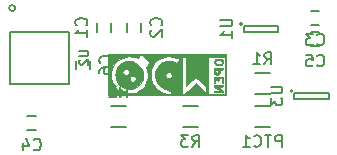
<source format=gbr>
G04 #@! TF.FileFunction,Legend,Bot*
%FSLAX46Y46*%
G04 Gerber Fmt 4.6, Leading zero omitted, Abs format (unit mm)*
G04 Created by KiCad (PCBNEW 4.0.2-4+6225~38~ubuntu14.04.1-stable) date jue 07 abr 2016 16:44:47 ART*
%MOMM*%
G01*
G04 APERTURE LIST*
%ADD10C,0.100000*%
%ADD11C,0.010000*%
%ADD12C,0.150000*%
%ADD13C,0.203200*%
%ADD14C,0.152400*%
G04 APERTURE END LIST*
D10*
D11*
G36*
X157141333Y-103420333D02*
X147150667Y-103420333D01*
X147150667Y-105178057D01*
X147383500Y-105178057D01*
X147385794Y-104974865D01*
X147395966Y-104829792D01*
X147418947Y-104716342D01*
X147459669Y-104608019D01*
X147508398Y-104507125D01*
X147666057Y-104264576D01*
X147877467Y-104036542D01*
X148118257Y-103845571D01*
X148364059Y-103714211D01*
X148366286Y-103713342D01*
X148617034Y-103645982D01*
X148898958Y-103618337D01*
X149177957Y-103631134D01*
X149419930Y-103685104D01*
X149434773Y-103690508D01*
X149623379Y-103761376D01*
X149772734Y-103612022D01*
X149862445Y-103526143D01*
X149926227Y-103472144D01*
X149943024Y-103462667D01*
X149979671Y-103490693D01*
X150062882Y-103566637D01*
X150179606Y-103678300D01*
X150292980Y-103789757D01*
X150426276Y-103925834D01*
X150533643Y-104042222D01*
X150602683Y-104125040D01*
X150622000Y-104158158D01*
X150594764Y-104211275D01*
X150526119Y-104296780D01*
X150489512Y-104336162D01*
X150357025Y-104472855D01*
X150431825Y-104749189D01*
X150488973Y-105109832D01*
X150484878Y-105178057D01*
X150727833Y-105178057D01*
X150730252Y-104973679D01*
X150740788Y-104826994D01*
X150764361Y-104711090D01*
X150805894Y-104599054D01*
X150851413Y-104502140D01*
X151044671Y-104201281D01*
X151299907Y-103947586D01*
X151602314Y-103753058D01*
X151923577Y-103633036D01*
X152135086Y-103606912D01*
X152387328Y-103617040D01*
X152476807Y-103632000D01*
X153372636Y-103632000D01*
X153712333Y-103632000D01*
X155573969Y-103632000D01*
X156294151Y-103632000D01*
X156557631Y-103632663D01*
X156748141Y-103635452D01*
X156877375Y-103641567D01*
X156957026Y-103652209D01*
X156998785Y-103668577D01*
X157014346Y-103691871D01*
X157015947Y-103706083D01*
X157016615Y-103776850D01*
X157017223Y-103917512D01*
X157017767Y-104116248D01*
X157018239Y-104361235D01*
X157018634Y-104640651D01*
X157018944Y-104942674D01*
X157019164Y-105255482D01*
X157019288Y-105567252D01*
X157019308Y-105866164D01*
X157019218Y-106140393D01*
X157019013Y-106378119D01*
X157018685Y-106567519D01*
X157018228Y-106696772D01*
X157017637Y-106754054D01*
X157017588Y-106755107D01*
X156997688Y-106775540D01*
X156934437Y-106789542D01*
X156818190Y-106797687D01*
X156639305Y-106800547D01*
X156388139Y-106798697D01*
X156305250Y-106797440D01*
X155596167Y-106785833D01*
X155585068Y-105208917D01*
X155573969Y-103632000D01*
X153712333Y-103632000D01*
X153713697Y-103811917D01*
X153713970Y-103904257D01*
X153714008Y-104067114D01*
X153713826Y-104286335D01*
X153713438Y-104547770D01*
X153712860Y-104837268D01*
X153712375Y-105039583D01*
X153712955Y-105327351D01*
X153715999Y-105584912D01*
X153721165Y-105800877D01*
X153728112Y-105963853D01*
X153736497Y-106062449D01*
X153743821Y-106087333D01*
X153785974Y-106059037D01*
X153873199Y-105982541D01*
X153991635Y-105870436D01*
X154093333Y-105769833D01*
X154254993Y-105611354D01*
X154382564Y-105506817D01*
X154491404Y-105457390D01*
X154596876Y-105464242D01*
X154714337Y-105528544D01*
X154859149Y-105651464D01*
X155046673Y-105834172D01*
X155055621Y-105843081D01*
X155448000Y-106233828D01*
X155448000Y-106478081D01*
X155442885Y-106609119D01*
X155429637Y-106697772D01*
X155415456Y-106722333D01*
X155375412Y-106693891D01*
X155287763Y-106615787D01*
X155164135Y-106498854D01*
X155016156Y-106353927D01*
X154961878Y-106299715D01*
X154540845Y-105877096D01*
X154066193Y-106345399D01*
X153874050Y-106531879D01*
X153730186Y-106663362D01*
X153625472Y-106747088D01*
X153550781Y-106790292D01*
X153496987Y-106800213D01*
X153493187Y-106799768D01*
X153394833Y-106785833D01*
X153383735Y-105208917D01*
X153372636Y-103632000D01*
X152476807Y-103632000D01*
X152646082Y-103660301D01*
X152832854Y-103715945D01*
X153003478Y-103786100D01*
X153098627Y-103846003D01*
X153124907Y-103906155D01*
X153088927Y-103977062D01*
X153033783Y-104035333D01*
X152947805Y-104110678D01*
X152880848Y-104134218D01*
X152792981Y-104114914D01*
X152748807Y-104099300D01*
X152515349Y-104026658D01*
X152322029Y-103997264D01*
X152138643Y-104007246D01*
X152092443Y-104015129D01*
X151777823Y-104110897D01*
X151519093Y-104269703D01*
X151312605Y-104494384D01*
X151182724Y-104723142D01*
X151125171Y-104863999D01*
X151096527Y-104988298D01*
X151090824Y-105133519D01*
X151094055Y-105201622D01*
X151984348Y-105201622D01*
X152020698Y-105077471D01*
X152122854Y-104970493D01*
X152260425Y-104904684D01*
X152300429Y-104918143D01*
X152377856Y-104951591D01*
X152480380Y-105037594D01*
X152524474Y-105157954D01*
X152511143Y-105286733D01*
X152441394Y-105397991D01*
X152358455Y-105452007D01*
X152254264Y-105482355D01*
X152170653Y-105462415D01*
X152125755Y-105435664D01*
X152017977Y-105326501D01*
X151984348Y-105201622D01*
X151094055Y-105201622D01*
X151096924Y-105262079D01*
X151155536Y-105579494D01*
X151285460Y-105853213D01*
X151482843Y-106078507D01*
X151743831Y-106250646D01*
X151976461Y-106341272D01*
X152184861Y-106420532D01*
X152338159Y-106514485D01*
X152370154Y-106543941D01*
X152459210Y-106647954D01*
X152484734Y-106715171D01*
X152441522Y-106751258D01*
X152324369Y-106761883D01*
X152175434Y-106755956D01*
X151813893Y-106692837D01*
X151488812Y-106555098D01*
X151207340Y-106347509D01*
X150976624Y-106074840D01*
X150865414Y-105881746D01*
X150801326Y-105744925D01*
X150760930Y-105631836D01*
X150738821Y-105514832D01*
X150729593Y-105366268D01*
X150727833Y-105178057D01*
X150484878Y-105178057D01*
X150467863Y-105461468D01*
X150373260Y-105793276D01*
X150209927Y-106094438D01*
X149982628Y-106354135D01*
X149696127Y-106561546D01*
X149614997Y-106604361D01*
X149472302Y-106670931D01*
X149354920Y-106712116D01*
X149233267Y-106733920D01*
X149077753Y-106742346D01*
X148929309Y-106743500D01*
X148723862Y-106740155D01*
X148574203Y-106726767D01*
X148451600Y-106698302D01*
X148327321Y-106649729D01*
X148286252Y-106630876D01*
X147972203Y-106438313D01*
X147713343Y-106183412D01*
X147521080Y-105881746D01*
X147456993Y-105744925D01*
X147416597Y-105631836D01*
X147394488Y-105514832D01*
X147385260Y-105366268D01*
X147383500Y-105178057D01*
X147150667Y-105178057D01*
X147150667Y-106849333D01*
X157141333Y-106849333D01*
X157141333Y-103420333D01*
X157141333Y-103420333D01*
G37*
X157141333Y-103420333D02*
X147150667Y-103420333D01*
X147150667Y-105178057D01*
X147383500Y-105178057D01*
X147385794Y-104974865D01*
X147395966Y-104829792D01*
X147418947Y-104716342D01*
X147459669Y-104608019D01*
X147508398Y-104507125D01*
X147666057Y-104264576D01*
X147877467Y-104036542D01*
X148118257Y-103845571D01*
X148364059Y-103714211D01*
X148366286Y-103713342D01*
X148617034Y-103645982D01*
X148898958Y-103618337D01*
X149177957Y-103631134D01*
X149419930Y-103685104D01*
X149434773Y-103690508D01*
X149623379Y-103761376D01*
X149772734Y-103612022D01*
X149862445Y-103526143D01*
X149926227Y-103472144D01*
X149943024Y-103462667D01*
X149979671Y-103490693D01*
X150062882Y-103566637D01*
X150179606Y-103678300D01*
X150292980Y-103789757D01*
X150426276Y-103925834D01*
X150533643Y-104042222D01*
X150602683Y-104125040D01*
X150622000Y-104158158D01*
X150594764Y-104211275D01*
X150526119Y-104296780D01*
X150489512Y-104336162D01*
X150357025Y-104472855D01*
X150431825Y-104749189D01*
X150488973Y-105109832D01*
X150484878Y-105178057D01*
X150727833Y-105178057D01*
X150730252Y-104973679D01*
X150740788Y-104826994D01*
X150764361Y-104711090D01*
X150805894Y-104599054D01*
X150851413Y-104502140D01*
X151044671Y-104201281D01*
X151299907Y-103947586D01*
X151602314Y-103753058D01*
X151923577Y-103633036D01*
X152135086Y-103606912D01*
X152387328Y-103617040D01*
X152476807Y-103632000D01*
X153372636Y-103632000D01*
X153712333Y-103632000D01*
X155573969Y-103632000D01*
X156294151Y-103632000D01*
X156557631Y-103632663D01*
X156748141Y-103635452D01*
X156877375Y-103641567D01*
X156957026Y-103652209D01*
X156998785Y-103668577D01*
X157014346Y-103691871D01*
X157015947Y-103706083D01*
X157016615Y-103776850D01*
X157017223Y-103917512D01*
X157017767Y-104116248D01*
X157018239Y-104361235D01*
X157018634Y-104640651D01*
X157018944Y-104942674D01*
X157019164Y-105255482D01*
X157019288Y-105567252D01*
X157019308Y-105866164D01*
X157019218Y-106140393D01*
X157019013Y-106378119D01*
X157018685Y-106567519D01*
X157018228Y-106696772D01*
X157017637Y-106754054D01*
X157017588Y-106755107D01*
X156997688Y-106775540D01*
X156934437Y-106789542D01*
X156818190Y-106797687D01*
X156639305Y-106800547D01*
X156388139Y-106798697D01*
X156305250Y-106797440D01*
X155596167Y-106785833D01*
X155585068Y-105208917D01*
X155573969Y-103632000D01*
X153712333Y-103632000D01*
X153713697Y-103811917D01*
X153713970Y-103904257D01*
X153714008Y-104067114D01*
X153713826Y-104286335D01*
X153713438Y-104547770D01*
X153712860Y-104837268D01*
X153712375Y-105039583D01*
X153712955Y-105327351D01*
X153715999Y-105584912D01*
X153721165Y-105800877D01*
X153728112Y-105963853D01*
X153736497Y-106062449D01*
X153743821Y-106087333D01*
X153785974Y-106059037D01*
X153873199Y-105982541D01*
X153991635Y-105870436D01*
X154093333Y-105769833D01*
X154254993Y-105611354D01*
X154382564Y-105506817D01*
X154491404Y-105457390D01*
X154596876Y-105464242D01*
X154714337Y-105528544D01*
X154859149Y-105651464D01*
X155046673Y-105834172D01*
X155055621Y-105843081D01*
X155448000Y-106233828D01*
X155448000Y-106478081D01*
X155442885Y-106609119D01*
X155429637Y-106697772D01*
X155415456Y-106722333D01*
X155375412Y-106693891D01*
X155287763Y-106615787D01*
X155164135Y-106498854D01*
X155016156Y-106353927D01*
X154961878Y-106299715D01*
X154540845Y-105877096D01*
X154066193Y-106345399D01*
X153874050Y-106531879D01*
X153730186Y-106663362D01*
X153625472Y-106747088D01*
X153550781Y-106790292D01*
X153496987Y-106800213D01*
X153493187Y-106799768D01*
X153394833Y-106785833D01*
X153383735Y-105208917D01*
X153372636Y-103632000D01*
X152476807Y-103632000D01*
X152646082Y-103660301D01*
X152832854Y-103715945D01*
X153003478Y-103786100D01*
X153098627Y-103846003D01*
X153124907Y-103906155D01*
X153088927Y-103977062D01*
X153033783Y-104035333D01*
X152947805Y-104110678D01*
X152880848Y-104134218D01*
X152792981Y-104114914D01*
X152748807Y-104099300D01*
X152515349Y-104026658D01*
X152322029Y-103997264D01*
X152138643Y-104007246D01*
X152092443Y-104015129D01*
X151777823Y-104110897D01*
X151519093Y-104269703D01*
X151312605Y-104494384D01*
X151182724Y-104723142D01*
X151125171Y-104863999D01*
X151096527Y-104988298D01*
X151090824Y-105133519D01*
X151094055Y-105201622D01*
X151984348Y-105201622D01*
X152020698Y-105077471D01*
X152122854Y-104970493D01*
X152260425Y-104904684D01*
X152300429Y-104918143D01*
X152377856Y-104951591D01*
X152480380Y-105037594D01*
X152524474Y-105157954D01*
X152511143Y-105286733D01*
X152441394Y-105397991D01*
X152358455Y-105452007D01*
X152254264Y-105482355D01*
X152170653Y-105462415D01*
X152125755Y-105435664D01*
X152017977Y-105326501D01*
X151984348Y-105201622D01*
X151094055Y-105201622D01*
X151096924Y-105262079D01*
X151155536Y-105579494D01*
X151285460Y-105853213D01*
X151482843Y-106078507D01*
X151743831Y-106250646D01*
X151976461Y-106341272D01*
X152184861Y-106420532D01*
X152338159Y-106514485D01*
X152370154Y-106543941D01*
X152459210Y-106647954D01*
X152484734Y-106715171D01*
X152441522Y-106751258D01*
X152324369Y-106761883D01*
X152175434Y-106755956D01*
X151813893Y-106692837D01*
X151488812Y-106555098D01*
X151207340Y-106347509D01*
X150976624Y-106074840D01*
X150865414Y-105881746D01*
X150801326Y-105744925D01*
X150760930Y-105631836D01*
X150738821Y-105514832D01*
X150729593Y-105366268D01*
X150727833Y-105178057D01*
X150484878Y-105178057D01*
X150467863Y-105461468D01*
X150373260Y-105793276D01*
X150209927Y-106094438D01*
X149982628Y-106354135D01*
X149696127Y-106561546D01*
X149614997Y-106604361D01*
X149472302Y-106670931D01*
X149354920Y-106712116D01*
X149233267Y-106733920D01*
X149077753Y-106742346D01*
X148929309Y-106743500D01*
X148723862Y-106740155D01*
X148574203Y-106726767D01*
X148451600Y-106698302D01*
X148327321Y-106649729D01*
X148286252Y-106630876D01*
X147972203Y-106438313D01*
X147713343Y-106183412D01*
X147521080Y-105881746D01*
X147456993Y-105744925D01*
X147416597Y-105631836D01*
X147394488Y-105514832D01*
X147385260Y-105366268D01*
X147383500Y-105178057D01*
X147150667Y-105178057D01*
X147150667Y-106849333D01*
X157141333Y-106849333D01*
X157141333Y-103420333D01*
G36*
X149134137Y-106359615D02*
X149404523Y-106276419D01*
X149650965Y-106129721D01*
X149860314Y-105921545D01*
X149987126Y-105722283D01*
X150043789Y-105594082D01*
X150076169Y-105466367D01*
X150090299Y-105307397D01*
X150092560Y-105167578D01*
X150092833Y-104819322D01*
X149716147Y-104440775D01*
X149540877Y-104269406D01*
X149406614Y-104151135D01*
X149298972Y-104075030D01*
X149203560Y-104030159D01*
X149157651Y-104016447D01*
X149006529Y-103983888D01*
X148885377Y-103977297D01*
X148753653Y-103997618D01*
X148632333Y-104028665D01*
X148440008Y-104101690D01*
X148244608Y-104208732D01*
X148081681Y-104329072D01*
X148031061Y-104379074D01*
X147975204Y-104460208D01*
X147903721Y-104588500D01*
X147845880Y-104706785D01*
X147783879Y-104856347D01*
X147765677Y-104930800D01*
X148336000Y-104930800D01*
X148360628Y-104858111D01*
X148420246Y-104764030D01*
X148423739Y-104759543D01*
X148533190Y-104674748D01*
X148665133Y-104645959D01*
X148784746Y-104680398D01*
X148846478Y-104749940D01*
X148903034Y-104852740D01*
X148928645Y-104941695D01*
X148928667Y-104943475D01*
X148895233Y-105017443D01*
X148814726Y-105101597D01*
X148716834Y-105170403D01*
X148632333Y-105198333D01*
X148541184Y-105167821D01*
X148441754Y-105094094D01*
X148363634Y-105003866D01*
X148336000Y-104930800D01*
X147765677Y-104930800D01*
X147752931Y-104982933D01*
X147746297Y-105126150D01*
X147752409Y-105255970D01*
X147780895Y-105466175D01*
X148956686Y-105466175D01*
X148990899Y-105336376D01*
X149011461Y-105306423D01*
X149100095Y-105256188D01*
X149225472Y-105243242D01*
X149348356Y-105267511D01*
X149412476Y-105307191D01*
X149469905Y-105415710D01*
X149476553Y-105549352D01*
X149434858Y-105671139D01*
X149384914Y-105725100D01*
X149254105Y-105784862D01*
X149132063Y-105764697D01*
X149053301Y-105712930D01*
X148978813Y-105604578D01*
X148956686Y-105466175D01*
X147780895Y-105466175D01*
X147788000Y-105518602D01*
X147864889Y-105732117D01*
X147996137Y-105927219D01*
X148076081Y-106016837D01*
X148310778Y-106207918D01*
X148574118Y-106327391D01*
X148852953Y-106377281D01*
X149134137Y-106359615D01*
X149134137Y-106359615D01*
G37*
X149134137Y-106359615D02*
X149404523Y-106276419D01*
X149650965Y-106129721D01*
X149860314Y-105921545D01*
X149987126Y-105722283D01*
X150043789Y-105594082D01*
X150076169Y-105466367D01*
X150090299Y-105307397D01*
X150092560Y-105167578D01*
X150092833Y-104819322D01*
X149716147Y-104440775D01*
X149540877Y-104269406D01*
X149406614Y-104151135D01*
X149298972Y-104075030D01*
X149203560Y-104030159D01*
X149157651Y-104016447D01*
X149006529Y-103983888D01*
X148885377Y-103977297D01*
X148753653Y-103997618D01*
X148632333Y-104028665D01*
X148440008Y-104101690D01*
X148244608Y-104208732D01*
X148081681Y-104329072D01*
X148031061Y-104379074D01*
X147975204Y-104460208D01*
X147903721Y-104588500D01*
X147845880Y-104706785D01*
X147783879Y-104856347D01*
X147765677Y-104930800D01*
X148336000Y-104930800D01*
X148360628Y-104858111D01*
X148420246Y-104764030D01*
X148423739Y-104759543D01*
X148533190Y-104674748D01*
X148665133Y-104645959D01*
X148784746Y-104680398D01*
X148846478Y-104749940D01*
X148903034Y-104852740D01*
X148928645Y-104941695D01*
X148928667Y-104943475D01*
X148895233Y-105017443D01*
X148814726Y-105101597D01*
X148716834Y-105170403D01*
X148632333Y-105198333D01*
X148541184Y-105167821D01*
X148441754Y-105094094D01*
X148363634Y-105003866D01*
X148336000Y-104930800D01*
X147765677Y-104930800D01*
X147752931Y-104982933D01*
X147746297Y-105126150D01*
X147752409Y-105255970D01*
X147780895Y-105466175D01*
X148956686Y-105466175D01*
X148990899Y-105336376D01*
X149011461Y-105306423D01*
X149100095Y-105256188D01*
X149225472Y-105243242D01*
X149348356Y-105267511D01*
X149412476Y-105307191D01*
X149469905Y-105415710D01*
X149476553Y-105549352D01*
X149434858Y-105671139D01*
X149384914Y-105725100D01*
X149254105Y-105784862D01*
X149132063Y-105764697D01*
X149053301Y-105712930D01*
X148978813Y-105604578D01*
X148956686Y-105466175D01*
X147780895Y-105466175D01*
X147788000Y-105518602D01*
X147864889Y-105732117D01*
X147996137Y-105927219D01*
X148076081Y-106016837D01*
X148310778Y-106207918D01*
X148574118Y-106327391D01*
X148852953Y-106377281D01*
X149134137Y-106359615D01*
G36*
X156639287Y-104366199D02*
X156730481Y-104340056D01*
X156796247Y-104285047D01*
X156806407Y-104272894D01*
X156878015Y-104129624D01*
X156870145Y-103984898D01*
X156829522Y-103907787D01*
X156759940Y-103854696D01*
X156635284Y-103822867D01*
X156522605Y-103811372D01*
X156371453Y-103806212D01*
X156274675Y-103821034D01*
X156203115Y-103861986D01*
X156178250Y-103883991D01*
X156099792Y-104007416D01*
X156093700Y-104097667D01*
X156210000Y-104097667D01*
X156238243Y-104008778D01*
X156260800Y-103979133D01*
X156341395Y-103943850D01*
X156465719Y-103930011D01*
X156595595Y-103937614D01*
X156692845Y-103966660D01*
X156709533Y-103979133D01*
X156762985Y-104073248D01*
X156742202Y-104159801D01*
X156657518Y-104227148D01*
X156519267Y-104263643D01*
X156454083Y-104267000D01*
X156308988Y-104241649D01*
X156226407Y-104169265D01*
X156210000Y-104097667D01*
X156093700Y-104097667D01*
X156090462Y-104145628D01*
X156150686Y-104270418D01*
X156172111Y-104292189D01*
X156267152Y-104346796D01*
X156409143Y-104370577D01*
X156493351Y-104372833D01*
X156639287Y-104366199D01*
X156639287Y-104366199D01*
G37*
X156639287Y-104366199D02*
X156730481Y-104340056D01*
X156796247Y-104285047D01*
X156806407Y-104272894D01*
X156878015Y-104129624D01*
X156870145Y-103984898D01*
X156829522Y-103907787D01*
X156759940Y-103854696D01*
X156635284Y-103822867D01*
X156522605Y-103811372D01*
X156371453Y-103806212D01*
X156274675Y-103821034D01*
X156203115Y-103861986D01*
X156178250Y-103883991D01*
X156099792Y-104007416D01*
X156093700Y-104097667D01*
X156210000Y-104097667D01*
X156238243Y-104008778D01*
X156260800Y-103979133D01*
X156341395Y-103943850D01*
X156465719Y-103930011D01*
X156595595Y-103937614D01*
X156692845Y-103966660D01*
X156709533Y-103979133D01*
X156762985Y-104073248D01*
X156742202Y-104159801D01*
X156657518Y-104227148D01*
X156519267Y-104263643D01*
X156454083Y-104267000D01*
X156308988Y-104241649D01*
X156226407Y-104169265D01*
X156210000Y-104097667D01*
X156093700Y-104097667D01*
X156090462Y-104145628D01*
X156150686Y-104270418D01*
X156172111Y-104292189D01*
X156267152Y-104346796D01*
X156409143Y-104370577D01*
X156493351Y-104372833D01*
X156639287Y-104366199D01*
G36*
X156416819Y-105160889D02*
X156503014Y-105066420D01*
X156557144Y-104941722D01*
X156563885Y-104902000D01*
X156582237Y-104802649D01*
X156628354Y-104757907D01*
X156730408Y-104740933D01*
X156733181Y-104740695D01*
X156848057Y-104715092D01*
X156887333Y-104666611D01*
X156870978Y-104637327D01*
X156812828Y-104618792D01*
X156699258Y-104608940D01*
X156516641Y-104605709D01*
X156485167Y-104605667D01*
X156083000Y-104605667D01*
X156083000Y-104836100D01*
X156083675Y-104851200D01*
X156210000Y-104851200D01*
X156223413Y-104764401D01*
X156278890Y-104734461D01*
X156315833Y-104732667D01*
X156388209Y-104744215D01*
X156417225Y-104795606D01*
X156421667Y-104876304D01*
X156401113Y-104990347D01*
X156348829Y-105047336D01*
X156278877Y-105035200D01*
X156257492Y-105017225D01*
X156222064Y-104941994D01*
X156210000Y-104851200D01*
X156083675Y-104851200D01*
X156089443Y-104980161D01*
X156114542Y-105067402D01*
X156166949Y-105125077D01*
X156177086Y-105132433D01*
X156264791Y-105182003D01*
X156320563Y-105198333D01*
X156416819Y-105160889D01*
X156416819Y-105160889D01*
G37*
X156416819Y-105160889D02*
X156503014Y-105066420D01*
X156557144Y-104941722D01*
X156563885Y-104902000D01*
X156582237Y-104802649D01*
X156628354Y-104757907D01*
X156730408Y-104740933D01*
X156733181Y-104740695D01*
X156848057Y-104715092D01*
X156887333Y-104666611D01*
X156870978Y-104637327D01*
X156812828Y-104618792D01*
X156699258Y-104608940D01*
X156516641Y-104605709D01*
X156485167Y-104605667D01*
X156083000Y-104605667D01*
X156083000Y-104836100D01*
X156083675Y-104851200D01*
X156210000Y-104851200D01*
X156223413Y-104764401D01*
X156278890Y-104734461D01*
X156315833Y-104732667D01*
X156388209Y-104744215D01*
X156417225Y-104795606D01*
X156421667Y-104876304D01*
X156401113Y-104990347D01*
X156348829Y-105047336D01*
X156278877Y-105035200D01*
X156257492Y-105017225D01*
X156222064Y-104941994D01*
X156210000Y-104851200D01*
X156083675Y-104851200D01*
X156089443Y-104980161D01*
X156114542Y-105067402D01*
X156166949Y-105125077D01*
X156177086Y-105132433D01*
X156264791Y-105182003D01*
X156320563Y-105198333D01*
X156416819Y-105160889D01*
G36*
X156863031Y-105859047D02*
X156879698Y-105798063D01*
X156881363Y-105676027D01*
X156878770Y-105611083D01*
X156866167Y-105346500D01*
X156474583Y-105334328D01*
X156083000Y-105322156D01*
X156083000Y-105598912D01*
X156087513Y-105755245D01*
X156103240Y-105842124D01*
X156133461Y-105874392D01*
X156144180Y-105875667D01*
X156187354Y-105843339D01*
X156212399Y-105740289D01*
X156218264Y-105674583D01*
X156240900Y-105547022D01*
X156281331Y-105477376D01*
X156327989Y-105473156D01*
X156369305Y-105541873D01*
X156377425Y-105571249D01*
X156416928Y-105654174D01*
X156465702Y-105656751D01*
X156506323Y-105578980D01*
X156508242Y-105571249D01*
X156556772Y-105491813D01*
X156635242Y-105473500D01*
X156698875Y-105482195D01*
X156732171Y-105522937D01*
X156747903Y-105617712D01*
X156752069Y-105674583D01*
X156769760Y-105807589D01*
X156803611Y-105868533D01*
X156828173Y-105875667D01*
X156863031Y-105859047D01*
X156863031Y-105859047D01*
G37*
X156863031Y-105859047D02*
X156879698Y-105798063D01*
X156881363Y-105676027D01*
X156878770Y-105611083D01*
X156866167Y-105346500D01*
X156474583Y-105334328D01*
X156083000Y-105322156D01*
X156083000Y-105598912D01*
X156087513Y-105755245D01*
X156103240Y-105842124D01*
X156133461Y-105874392D01*
X156144180Y-105875667D01*
X156187354Y-105843339D01*
X156212399Y-105740289D01*
X156218264Y-105674583D01*
X156240900Y-105547022D01*
X156281331Y-105477376D01*
X156327989Y-105473156D01*
X156369305Y-105541873D01*
X156377425Y-105571249D01*
X156416928Y-105654174D01*
X156465702Y-105656751D01*
X156506323Y-105578980D01*
X156508242Y-105571249D01*
X156556772Y-105491813D01*
X156635242Y-105473500D01*
X156698875Y-105482195D01*
X156732171Y-105522937D01*
X156747903Y-105617712D01*
X156752069Y-105674583D01*
X156769760Y-105807589D01*
X156803611Y-105868533D01*
X156828173Y-105875667D01*
X156863031Y-105859047D01*
G36*
X156700025Y-106632223D02*
X156833004Y-106613601D01*
X156886327Y-106578366D01*
X156862220Y-106523081D01*
X156762906Y-106444312D01*
X156654500Y-106376150D01*
X156534458Y-106299674D01*
X156450388Y-106237184D01*
X156421667Y-106204443D01*
X156459955Y-106186674D01*
X156558719Y-106174890D01*
X156654500Y-106172000D01*
X156794912Y-106166299D01*
X156867202Y-106146295D01*
X156887333Y-106108500D01*
X156872940Y-106078230D01*
X156820298Y-106059074D01*
X156715214Y-106048791D01*
X156543495Y-106045140D01*
X156485167Y-106045000D01*
X156297036Y-106046657D01*
X156178248Y-106053509D01*
X156113510Y-106068384D01*
X156087532Y-106094105D01*
X156084200Y-106119083D01*
X156120757Y-106182425D01*
X156218889Y-106268209D01*
X156327617Y-106341333D01*
X156569833Y-106489500D01*
X156326417Y-106502196D01*
X156178148Y-106516524D01*
X156101447Y-106542450D01*
X156083000Y-106576279D01*
X156098987Y-106605731D01*
X156156106Y-106624373D01*
X156268096Y-106634300D01*
X156448695Y-106637611D01*
X156485167Y-106637667D01*
X156700025Y-106632223D01*
X156700025Y-106632223D01*
G37*
X156700025Y-106632223D02*
X156833004Y-106613601D01*
X156886327Y-106578366D01*
X156862220Y-106523081D01*
X156762906Y-106444312D01*
X156654500Y-106376150D01*
X156534458Y-106299674D01*
X156450388Y-106237184D01*
X156421667Y-106204443D01*
X156459955Y-106186674D01*
X156558719Y-106174890D01*
X156654500Y-106172000D01*
X156794912Y-106166299D01*
X156867202Y-106146295D01*
X156887333Y-106108500D01*
X156872940Y-106078230D01*
X156820298Y-106059074D01*
X156715214Y-106048791D01*
X156543495Y-106045140D01*
X156485167Y-106045000D01*
X156297036Y-106046657D01*
X156178248Y-106053509D01*
X156113510Y-106068384D01*
X156087532Y-106094105D01*
X156084200Y-106119083D01*
X156120757Y-106182425D01*
X156218889Y-106268209D01*
X156327617Y-106341333D01*
X156569833Y-106489500D01*
X156326417Y-106502196D01*
X156178148Y-106516524D01*
X156101447Y-106542450D01*
X156083000Y-106576279D01*
X156098987Y-106605731D01*
X156156106Y-106624373D01*
X156268096Y-106634300D01*
X156448695Y-106637611D01*
X156485167Y-106637667D01*
X156700025Y-106632223D01*
D12*
X146212000Y-100808000D02*
X146212000Y-101508000D01*
X147412000Y-101508000D02*
X147412000Y-100808000D01*
X149952000Y-101508000D02*
X149952000Y-100808000D01*
X148752000Y-100808000D02*
X148752000Y-101508000D01*
X164308000Y-100930000D02*
X165008000Y-100930000D01*
X165008000Y-99730000D02*
X164308000Y-99730000D01*
X140300000Y-109820000D02*
X141000000Y-109820000D01*
X141000000Y-108620000D02*
X140300000Y-108620000D01*
X164308000Y-102708000D02*
X165008000Y-102708000D01*
X165008000Y-101508000D02*
X164308000Y-101508000D01*
X145634000Y-104678000D02*
X145634000Y-103978000D01*
X144434000Y-103978000D02*
X144434000Y-104678000D01*
X160794000Y-107837000D02*
X159594000Y-107837000D01*
X159594000Y-109587000D02*
X160794000Y-109587000D01*
X159594000Y-106793000D02*
X160794000Y-106793000D01*
X160794000Y-105043000D02*
X159594000Y-105043000D01*
X147402000Y-109587000D02*
X148602000Y-109587000D01*
X148602000Y-107837000D02*
X147402000Y-107837000D01*
X154698000Y-107837000D02*
X153498000Y-107837000D01*
X153498000Y-109587000D02*
X154698000Y-109587000D01*
X158486000Y-100862000D02*
G75*
G03X158486000Y-100862000I-100000J0D01*
G01*
X158636000Y-101512000D02*
X158636000Y-101012000D01*
X161536000Y-101512000D02*
X158636000Y-101512000D01*
X161536000Y-101012000D02*
X161536000Y-101512000D01*
X158636000Y-101012000D02*
X161536000Y-101012000D01*
D13*
X139263120Y-99522280D02*
G75*
G03X139263120Y-99522280I-254000J0D01*
G01*
X138795760Y-105912920D02*
X138795760Y-101513640D01*
X138795760Y-101513640D02*
X143794480Y-101513640D01*
X143794480Y-101513640D02*
X143794480Y-105912920D01*
X143794480Y-105912920D02*
X138795760Y-105912920D01*
D12*
X162738000Y-106534000D02*
G75*
G03X162738000Y-106534000I-100000J0D01*
G01*
X162888000Y-107184000D02*
X162888000Y-106684000D01*
X165788000Y-107184000D02*
X162888000Y-107184000D01*
X165788000Y-106684000D02*
X165788000Y-107184000D01*
X162888000Y-106684000D02*
X165788000Y-106684000D01*
X145269143Y-100991334D02*
X145316762Y-100943715D01*
X145364381Y-100800858D01*
X145364381Y-100705620D01*
X145316762Y-100562762D01*
X145221524Y-100467524D01*
X145126286Y-100419905D01*
X144935810Y-100372286D01*
X144792952Y-100372286D01*
X144602476Y-100419905D01*
X144507238Y-100467524D01*
X144412000Y-100562762D01*
X144364381Y-100705620D01*
X144364381Y-100800858D01*
X144412000Y-100943715D01*
X144459619Y-100991334D01*
X145364381Y-101943715D02*
X145364381Y-101372286D01*
X145364381Y-101658000D02*
X144364381Y-101658000D01*
X144507238Y-101562762D01*
X144602476Y-101467524D01*
X144650095Y-101372286D01*
X151609143Y-100991334D02*
X151656762Y-100943715D01*
X151704381Y-100800858D01*
X151704381Y-100705620D01*
X151656762Y-100562762D01*
X151561524Y-100467524D01*
X151466286Y-100419905D01*
X151275810Y-100372286D01*
X151132952Y-100372286D01*
X150942476Y-100419905D01*
X150847238Y-100467524D01*
X150752000Y-100562762D01*
X150704381Y-100705620D01*
X150704381Y-100800858D01*
X150752000Y-100943715D01*
X150799619Y-100991334D01*
X150799619Y-101372286D02*
X150752000Y-101419905D01*
X150704381Y-101515143D01*
X150704381Y-101753239D01*
X150752000Y-101848477D01*
X150799619Y-101896096D01*
X150894857Y-101943715D01*
X150990095Y-101943715D01*
X151132952Y-101896096D01*
X151704381Y-101324667D01*
X151704381Y-101943715D01*
X164824666Y-102587143D02*
X164872285Y-102634762D01*
X165015142Y-102682381D01*
X165110380Y-102682381D01*
X165253238Y-102634762D01*
X165348476Y-102539524D01*
X165396095Y-102444286D01*
X165443714Y-102253810D01*
X165443714Y-102110952D01*
X165396095Y-101920476D01*
X165348476Y-101825238D01*
X165253238Y-101730000D01*
X165110380Y-101682381D01*
X165015142Y-101682381D01*
X164872285Y-101730000D01*
X164824666Y-101777619D01*
X164491333Y-101682381D02*
X163872285Y-101682381D01*
X164205619Y-102063333D01*
X164062761Y-102063333D01*
X163967523Y-102110952D01*
X163919904Y-102158571D01*
X163872285Y-102253810D01*
X163872285Y-102491905D01*
X163919904Y-102587143D01*
X163967523Y-102634762D01*
X164062761Y-102682381D01*
X164348476Y-102682381D01*
X164443714Y-102634762D01*
X164491333Y-102587143D01*
X140816666Y-111477143D02*
X140864285Y-111524762D01*
X141007142Y-111572381D01*
X141102380Y-111572381D01*
X141245238Y-111524762D01*
X141340476Y-111429524D01*
X141388095Y-111334286D01*
X141435714Y-111143810D01*
X141435714Y-111000952D01*
X141388095Y-110810476D01*
X141340476Y-110715238D01*
X141245238Y-110620000D01*
X141102380Y-110572381D01*
X141007142Y-110572381D01*
X140864285Y-110620000D01*
X140816666Y-110667619D01*
X139959523Y-110905714D02*
X139959523Y-111572381D01*
X140197619Y-110524762D02*
X140435714Y-111239048D01*
X139816666Y-111239048D01*
X164824666Y-104365143D02*
X164872285Y-104412762D01*
X165015142Y-104460381D01*
X165110380Y-104460381D01*
X165253238Y-104412762D01*
X165348476Y-104317524D01*
X165396095Y-104222286D01*
X165443714Y-104031810D01*
X165443714Y-103888952D01*
X165396095Y-103698476D01*
X165348476Y-103603238D01*
X165253238Y-103508000D01*
X165110380Y-103460381D01*
X165015142Y-103460381D01*
X164872285Y-103508000D01*
X164824666Y-103555619D01*
X163919904Y-103460381D02*
X164396095Y-103460381D01*
X164443714Y-103936571D01*
X164396095Y-103888952D01*
X164300857Y-103841333D01*
X164062761Y-103841333D01*
X163967523Y-103888952D01*
X163919904Y-103936571D01*
X163872285Y-104031810D01*
X163872285Y-104269905D01*
X163919904Y-104365143D01*
X163967523Y-104412762D01*
X164062761Y-104460381D01*
X164300857Y-104460381D01*
X164396095Y-104412762D01*
X164443714Y-104365143D01*
X147291143Y-104161334D02*
X147338762Y-104113715D01*
X147386381Y-103970858D01*
X147386381Y-103875620D01*
X147338762Y-103732762D01*
X147243524Y-103637524D01*
X147148286Y-103589905D01*
X146957810Y-103542286D01*
X146814952Y-103542286D01*
X146624476Y-103589905D01*
X146529238Y-103637524D01*
X146434000Y-103732762D01*
X146386381Y-103875620D01*
X146386381Y-103970858D01*
X146434000Y-104113715D01*
X146481619Y-104161334D01*
X146386381Y-105018477D02*
X146386381Y-104828000D01*
X146434000Y-104732762D01*
X146481619Y-104685143D01*
X146624476Y-104589905D01*
X146814952Y-104542286D01*
X147195905Y-104542286D01*
X147291143Y-104589905D01*
X147338762Y-104637524D01*
X147386381Y-104732762D01*
X147386381Y-104923239D01*
X147338762Y-105018477D01*
X147291143Y-105066096D01*
X147195905Y-105113715D01*
X146957810Y-105113715D01*
X146862571Y-105066096D01*
X146814952Y-105018477D01*
X146767333Y-104923239D01*
X146767333Y-104732762D01*
X146814952Y-104637524D01*
X146862571Y-104589905D01*
X146957810Y-104542286D01*
X161813048Y-111264381D02*
X161813048Y-110264381D01*
X161432095Y-110264381D01*
X161336857Y-110312000D01*
X161289238Y-110359619D01*
X161241619Y-110454857D01*
X161241619Y-110597714D01*
X161289238Y-110692952D01*
X161336857Y-110740571D01*
X161432095Y-110788190D01*
X161813048Y-110788190D01*
X160955905Y-110264381D02*
X160384476Y-110264381D01*
X160670191Y-111264381D02*
X160670191Y-110264381D01*
X159479714Y-111169143D02*
X159527333Y-111216762D01*
X159670190Y-111264381D01*
X159765428Y-111264381D01*
X159908286Y-111216762D01*
X160003524Y-111121524D01*
X160051143Y-111026286D01*
X160098762Y-110835810D01*
X160098762Y-110692952D01*
X160051143Y-110502476D01*
X160003524Y-110407238D01*
X159908286Y-110312000D01*
X159765428Y-110264381D01*
X159670190Y-110264381D01*
X159527333Y-110312000D01*
X159479714Y-110359619D01*
X158527333Y-111264381D02*
X159098762Y-111264381D01*
X158813048Y-111264381D02*
X158813048Y-110264381D01*
X158908286Y-110407238D01*
X159003524Y-110502476D01*
X159098762Y-110550095D01*
X160360666Y-104270381D02*
X160694000Y-103794190D01*
X160932095Y-104270381D02*
X160932095Y-103270381D01*
X160551142Y-103270381D01*
X160455904Y-103318000D01*
X160408285Y-103365619D01*
X160360666Y-103460857D01*
X160360666Y-103603714D01*
X160408285Y-103698952D01*
X160455904Y-103746571D01*
X160551142Y-103794190D01*
X160932095Y-103794190D01*
X159408285Y-104270381D02*
X159979714Y-104270381D01*
X159694000Y-104270381D02*
X159694000Y-103270381D01*
X159789238Y-103413238D01*
X159884476Y-103508476D01*
X159979714Y-103556095D01*
X148168666Y-107064381D02*
X148502000Y-106588190D01*
X148740095Y-107064381D02*
X148740095Y-106064381D01*
X148359142Y-106064381D01*
X148263904Y-106112000D01*
X148216285Y-106159619D01*
X148168666Y-106254857D01*
X148168666Y-106397714D01*
X148216285Y-106492952D01*
X148263904Y-106540571D01*
X148359142Y-106588190D01*
X148740095Y-106588190D01*
X147787714Y-106159619D02*
X147740095Y-106112000D01*
X147644857Y-106064381D01*
X147406761Y-106064381D01*
X147311523Y-106112000D01*
X147263904Y-106159619D01*
X147216285Y-106254857D01*
X147216285Y-106350095D01*
X147263904Y-106492952D01*
X147835333Y-107064381D01*
X147216285Y-107064381D01*
X154264666Y-111264381D02*
X154598000Y-110788190D01*
X154836095Y-111264381D02*
X154836095Y-110264381D01*
X154455142Y-110264381D01*
X154359904Y-110312000D01*
X154312285Y-110359619D01*
X154264666Y-110454857D01*
X154264666Y-110597714D01*
X154312285Y-110692952D01*
X154359904Y-110740571D01*
X154455142Y-110788190D01*
X154836095Y-110788190D01*
X153931333Y-110264381D02*
X153312285Y-110264381D01*
X153645619Y-110645333D01*
X153502761Y-110645333D01*
X153407523Y-110692952D01*
X153359904Y-110740571D01*
X153312285Y-110835810D01*
X153312285Y-111073905D01*
X153359904Y-111169143D01*
X153407523Y-111216762D01*
X153502761Y-111264381D01*
X153788476Y-111264381D01*
X153883714Y-111216762D01*
X153931333Y-111169143D01*
X156638381Y-100500095D02*
X157447905Y-100500095D01*
X157543143Y-100547714D01*
X157590762Y-100595333D01*
X157638381Y-100690571D01*
X157638381Y-100881048D01*
X157590762Y-100976286D01*
X157543143Y-101023905D01*
X157447905Y-101071524D01*
X156638381Y-101071524D01*
X157638381Y-102071524D02*
X157638381Y-101500095D01*
X157638381Y-101785809D02*
X156638381Y-101785809D01*
X156781238Y-101690571D01*
X156876476Y-101595333D01*
X156924095Y-101500095D01*
D14*
X144687834Y-103132709D02*
X145304691Y-103132709D01*
X145377263Y-103168994D01*
X145413549Y-103205280D01*
X145449834Y-103277851D01*
X145449834Y-103422994D01*
X145413549Y-103495566D01*
X145377263Y-103531851D01*
X145304691Y-103568137D01*
X144687834Y-103568137D01*
X144760406Y-103894709D02*
X144724120Y-103930995D01*
X144687834Y-104003566D01*
X144687834Y-104184995D01*
X144724120Y-104257566D01*
X144760406Y-104293852D01*
X144832977Y-104330137D01*
X144905549Y-104330137D01*
X145014406Y-104293852D01*
X145449834Y-103858423D01*
X145449834Y-104330137D01*
D12*
X160890381Y-106172095D02*
X161699905Y-106172095D01*
X161795143Y-106219714D01*
X161842762Y-106267333D01*
X161890381Y-106362571D01*
X161890381Y-106553048D01*
X161842762Y-106648286D01*
X161795143Y-106695905D01*
X161699905Y-106743524D01*
X160890381Y-106743524D01*
X160890381Y-107124476D02*
X160890381Y-107743524D01*
X161271333Y-107410190D01*
X161271333Y-107553048D01*
X161318952Y-107648286D01*
X161366571Y-107695905D01*
X161461810Y-107743524D01*
X161699905Y-107743524D01*
X161795143Y-107695905D01*
X161842762Y-107648286D01*
X161890381Y-107553048D01*
X161890381Y-107267333D01*
X161842762Y-107172095D01*
X161795143Y-107124476D01*
M02*

</source>
